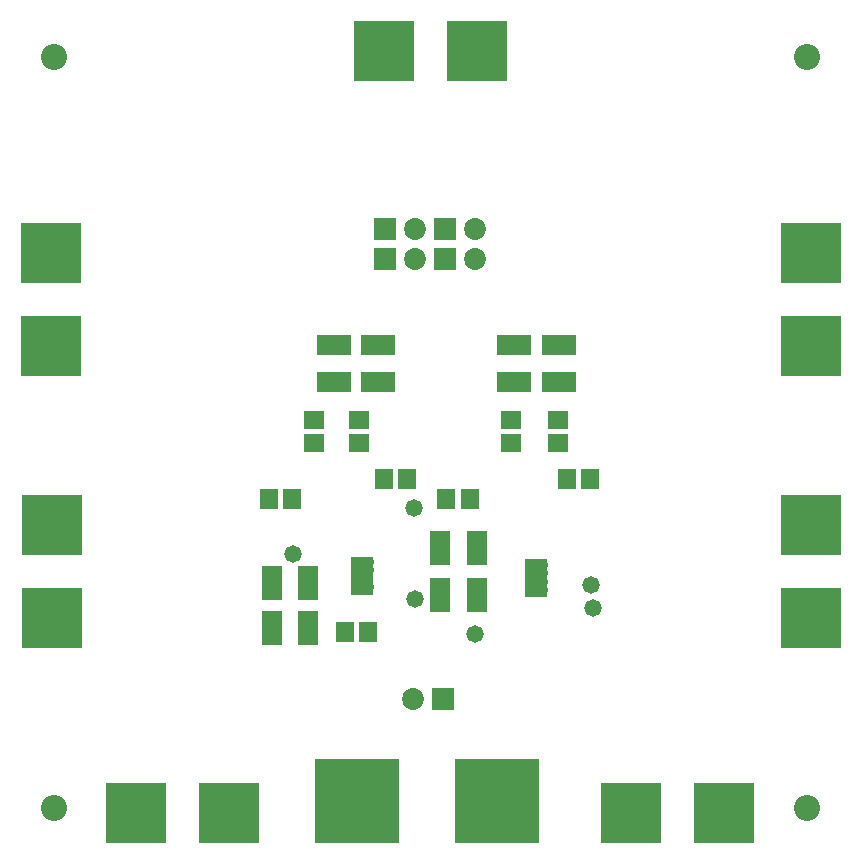
<source format=gbs>
G04 Layer_Color=16711935*
%FSLAX23Y23*%
%MOIN*%
G70*
G01*
G75*
%ADD46R,0.067X0.063*%
%ADD48C,0.073*%
%ADD49R,0.073X0.073*%
%ADD50C,0.087*%
%ADD51R,0.073X0.126*%
%ADD52R,0.284X0.284*%
%ADD53R,0.205X0.205*%
%ADD54R,0.205X0.205*%
%ADD55C,0.058*%
%ADD56C,0.028*%
%ADD57R,0.063X0.067*%
%ADD58R,0.118X0.067*%
%ADD59R,0.067X0.118*%
D46*
X2343Y1716D02*
D03*
Y1638D02*
D03*
X2492Y1716D02*
D03*
Y1638D02*
D03*
X3154D02*
D03*
Y1716D02*
D03*
X3000Y1638D02*
D03*
Y1716D02*
D03*
D48*
X2672Y784D02*
D03*
X2679Y2351D02*
D03*
X2879D02*
D03*
Y2251D02*
D03*
X2679D02*
D03*
D49*
X2772Y784D02*
D03*
X2579Y2351D02*
D03*
X2779D02*
D03*
Y2251D02*
D03*
X2579D02*
D03*
D50*
X1474Y2926D02*
D03*
Y421D02*
D03*
X3984D02*
D03*
Y2926D02*
D03*
D51*
X2503Y1195D02*
D03*
X3083Y1189D02*
D03*
D52*
X2485Y446D02*
D03*
X2953D02*
D03*
D53*
X1468Y1055D02*
D03*
Y1366D02*
D03*
X1466Y1960D02*
D03*
Y2271D02*
D03*
X3998D02*
D03*
Y1960D02*
D03*
Y1366D02*
D03*
Y1055D02*
D03*
D54*
X3709Y406D02*
D03*
X3398D02*
D03*
X2060D02*
D03*
X1749D02*
D03*
X2574Y2944D02*
D03*
X2885D02*
D03*
D55*
X2273Y1268D02*
D03*
X2878Y1002D02*
D03*
X3264Y1165D02*
D03*
X2675Y1423D02*
D03*
X2680Y1118D02*
D03*
X3272Y1089D02*
D03*
D56*
X2502Y1214D02*
D03*
X2528Y1241D02*
D03*
X2502Y1241D02*
D03*
X2527Y1215D02*
D03*
X2526Y1186D02*
D03*
X2502D02*
D03*
X2478D02*
D03*
Y1214D02*
D03*
Y1241D02*
D03*
Y1159D02*
D03*
X2502D02*
D03*
X2527D02*
D03*
X3108Y1149D02*
D03*
X3083D02*
D03*
X3059D02*
D03*
Y1231D02*
D03*
Y1204D02*
D03*
Y1176D02*
D03*
X3083D02*
D03*
X3107D02*
D03*
X3108Y1205D02*
D03*
X3083Y1231D02*
D03*
X3109Y1231D02*
D03*
X3083Y1204D02*
D03*
X2579Y540D02*
D03*
X2540D02*
D03*
X2500D02*
D03*
X2461D02*
D03*
X2422D02*
D03*
X2382D02*
D03*
X2579Y501D02*
D03*
X2540D02*
D03*
X2500D02*
D03*
X2461D02*
D03*
X2422D02*
D03*
X2382D02*
D03*
X2579Y461D02*
D03*
X2540D02*
D03*
X2500D02*
D03*
X2461D02*
D03*
X2422D02*
D03*
X2382D02*
D03*
X2579Y422D02*
D03*
X2540D02*
D03*
X2500D02*
D03*
X2461D02*
D03*
X2422D02*
D03*
X2382D02*
D03*
X2579Y383D02*
D03*
X2540D02*
D03*
X2500D02*
D03*
X2461D02*
D03*
X2422D02*
D03*
X2382D02*
D03*
X2579Y343D02*
D03*
X2540D02*
D03*
X2500D02*
D03*
X2461D02*
D03*
X2422D02*
D03*
X2382D02*
D03*
X2382Y540D02*
D03*
X2422D02*
D03*
X2461D02*
D03*
X2500D02*
D03*
X2540D02*
D03*
X2579D02*
D03*
Y501D02*
D03*
X2540D02*
D03*
X2500D02*
D03*
X2461D02*
D03*
X2422D02*
D03*
X2382D02*
D03*
X2579Y461D02*
D03*
X2540D02*
D03*
X2500D02*
D03*
X2461D02*
D03*
X2422D02*
D03*
X2382D02*
D03*
X2579Y422D02*
D03*
X2540D02*
D03*
X2500D02*
D03*
X2461D02*
D03*
X2422D02*
D03*
X2382D02*
D03*
X2579Y383D02*
D03*
X2540D02*
D03*
X2500D02*
D03*
X2461D02*
D03*
X2422D02*
D03*
X2382D02*
D03*
X2579Y343D02*
D03*
X2540D02*
D03*
X2500D02*
D03*
X2461D02*
D03*
X2422D02*
D03*
X2382D02*
D03*
X3051Y540D02*
D03*
X3012D02*
D03*
X2973D02*
D03*
X2933D02*
D03*
X2894D02*
D03*
X2855D02*
D03*
X3051Y501D02*
D03*
X3012D02*
D03*
X2973D02*
D03*
X2933D02*
D03*
X2894D02*
D03*
X2855D02*
D03*
X3051Y461D02*
D03*
X3012D02*
D03*
X2973D02*
D03*
X2933D02*
D03*
X2894D02*
D03*
X2855D02*
D03*
X3051Y422D02*
D03*
X3012D02*
D03*
X2973D02*
D03*
X2933D02*
D03*
X2894D02*
D03*
X2855D02*
D03*
X3051Y383D02*
D03*
X3012D02*
D03*
X2973D02*
D03*
X2933D02*
D03*
X2894D02*
D03*
X2855D02*
D03*
X3051Y343D02*
D03*
X3012D02*
D03*
X2973D02*
D03*
X2933D02*
D03*
X2894D02*
D03*
X2855D02*
D03*
X1405Y1429D02*
D03*
Y1389D02*
D03*
Y1350D02*
D03*
Y1311D02*
D03*
X1444Y1429D02*
D03*
Y1389D02*
D03*
Y1350D02*
D03*
Y1311D02*
D03*
X1484Y1429D02*
D03*
Y1389D02*
D03*
Y1350D02*
D03*
Y1311D02*
D03*
X1523Y1429D02*
D03*
Y1389D02*
D03*
Y1350D02*
D03*
Y1311D02*
D03*
X1405Y1114D02*
D03*
Y1074D02*
D03*
Y1035D02*
D03*
Y996D02*
D03*
X1444Y1114D02*
D03*
Y1074D02*
D03*
Y1035D02*
D03*
Y996D02*
D03*
X1484Y1114D02*
D03*
Y1074D02*
D03*
Y1035D02*
D03*
Y996D02*
D03*
X1523Y1114D02*
D03*
Y1074D02*
D03*
Y1035D02*
D03*
Y996D02*
D03*
X1403Y2334D02*
D03*
Y2295D02*
D03*
Y2255D02*
D03*
Y2216D02*
D03*
X1442Y2334D02*
D03*
Y2295D02*
D03*
Y2255D02*
D03*
Y2216D02*
D03*
X1482Y2334D02*
D03*
Y2295D02*
D03*
Y2255D02*
D03*
Y2216D02*
D03*
X1521Y2334D02*
D03*
Y2295D02*
D03*
Y2255D02*
D03*
Y2216D02*
D03*
X1403Y2019D02*
D03*
Y1980D02*
D03*
Y1940D02*
D03*
Y1901D02*
D03*
X1442Y2019D02*
D03*
Y1980D02*
D03*
Y1940D02*
D03*
Y1901D02*
D03*
X1482Y2019D02*
D03*
Y1980D02*
D03*
Y1940D02*
D03*
Y1901D02*
D03*
X1521Y2019D02*
D03*
Y1980D02*
D03*
Y1940D02*
D03*
Y1901D02*
D03*
X4061Y1897D02*
D03*
Y1936D02*
D03*
Y1976D02*
D03*
Y2015D02*
D03*
X4022Y1897D02*
D03*
Y1936D02*
D03*
Y1976D02*
D03*
Y2015D02*
D03*
X3983Y1897D02*
D03*
Y1936D02*
D03*
Y1976D02*
D03*
Y2015D02*
D03*
X3943Y1897D02*
D03*
Y1936D02*
D03*
Y1976D02*
D03*
Y2015D02*
D03*
X4061Y2212D02*
D03*
Y2251D02*
D03*
Y2291D02*
D03*
Y2330D02*
D03*
X4022Y2212D02*
D03*
Y2251D02*
D03*
Y2291D02*
D03*
Y2330D02*
D03*
X3983Y2212D02*
D03*
Y2251D02*
D03*
Y2291D02*
D03*
Y2330D02*
D03*
X3943Y2212D02*
D03*
Y2251D02*
D03*
Y2291D02*
D03*
Y2330D02*
D03*
X4061Y992D02*
D03*
Y1031D02*
D03*
Y1071D02*
D03*
Y1110D02*
D03*
X4022Y992D02*
D03*
Y1031D02*
D03*
Y1071D02*
D03*
Y1110D02*
D03*
X3983Y992D02*
D03*
Y1031D02*
D03*
Y1071D02*
D03*
Y1110D02*
D03*
X3943Y992D02*
D03*
Y1031D02*
D03*
Y1071D02*
D03*
Y1110D02*
D03*
X4061Y1307D02*
D03*
Y1346D02*
D03*
Y1385D02*
D03*
Y1425D02*
D03*
X4022Y1307D02*
D03*
Y1346D02*
D03*
Y1385D02*
D03*
Y1425D02*
D03*
X3983Y1307D02*
D03*
Y1346D02*
D03*
Y1385D02*
D03*
Y1425D02*
D03*
X3943Y1307D02*
D03*
Y1346D02*
D03*
Y1385D02*
D03*
Y1425D02*
D03*
X3335Y343D02*
D03*
X3375D02*
D03*
X3414D02*
D03*
X3453D02*
D03*
X3335Y383D02*
D03*
X3375D02*
D03*
X3414D02*
D03*
X3453D02*
D03*
X3335Y422D02*
D03*
X3375D02*
D03*
X3414D02*
D03*
X3453D02*
D03*
X3335Y461D02*
D03*
X3375D02*
D03*
X3414D02*
D03*
X3453D02*
D03*
X3650Y343D02*
D03*
X3690D02*
D03*
X3729D02*
D03*
X3768D02*
D03*
X3650Y383D02*
D03*
X3690D02*
D03*
X3729D02*
D03*
X3768D02*
D03*
X3650Y422D02*
D03*
X3690D02*
D03*
X3729D02*
D03*
X3768D02*
D03*
X3650Y461D02*
D03*
X3690D02*
D03*
X3729D02*
D03*
X3768D02*
D03*
X1686Y343D02*
D03*
X1726D02*
D03*
X1765D02*
D03*
X1804D02*
D03*
X1686Y383D02*
D03*
X1726D02*
D03*
X1765D02*
D03*
X1804D02*
D03*
X1686Y422D02*
D03*
X1726D02*
D03*
X1765D02*
D03*
X1804D02*
D03*
X1686Y461D02*
D03*
X1726D02*
D03*
X1765D02*
D03*
X1804D02*
D03*
X2001Y343D02*
D03*
X2040D02*
D03*
X2080D02*
D03*
X2119D02*
D03*
X2001Y383D02*
D03*
X2040D02*
D03*
X2080D02*
D03*
X2119D02*
D03*
X2001Y422D02*
D03*
X2040D02*
D03*
X2080D02*
D03*
X2119D02*
D03*
X2001Y461D02*
D03*
X2040D02*
D03*
X2080D02*
D03*
X2119D02*
D03*
X2948Y3007D02*
D03*
X2909D02*
D03*
X2870D02*
D03*
X2830D02*
D03*
X2948Y2968D02*
D03*
X2909D02*
D03*
X2870D02*
D03*
X2830D02*
D03*
X2948Y2928D02*
D03*
X2909D02*
D03*
X2870D02*
D03*
X2830D02*
D03*
X2948Y2889D02*
D03*
X2909D02*
D03*
X2870D02*
D03*
X2830D02*
D03*
X2633Y3007D02*
D03*
X2594D02*
D03*
X2555D02*
D03*
X2515D02*
D03*
X2633Y2968D02*
D03*
X2594D02*
D03*
X2555D02*
D03*
X2515D02*
D03*
X2633Y2928D02*
D03*
X2594D02*
D03*
X2555D02*
D03*
X2515D02*
D03*
X2633Y2889D02*
D03*
X2594D02*
D03*
X2555D02*
D03*
X2515D02*
D03*
D57*
X2861Y1453D02*
D03*
X2783D02*
D03*
X2270D02*
D03*
X2192D02*
D03*
X2523Y1009D02*
D03*
X2445D02*
D03*
X2575Y1517D02*
D03*
X2653D02*
D03*
X3185D02*
D03*
X3263D02*
D03*
D58*
X2407Y1964D02*
D03*
Y1842D02*
D03*
X2556Y1964D02*
D03*
Y1842D02*
D03*
X3158Y1964D02*
D03*
Y1842D02*
D03*
X3008Y1964D02*
D03*
Y1842D02*
D03*
D59*
X2323Y1021D02*
D03*
X2201D02*
D03*
X2323Y1172D02*
D03*
X2201D02*
D03*
X2763Y1288D02*
D03*
X2885D02*
D03*
X2763Y1133D02*
D03*
X2885D02*
D03*
M02*

</source>
